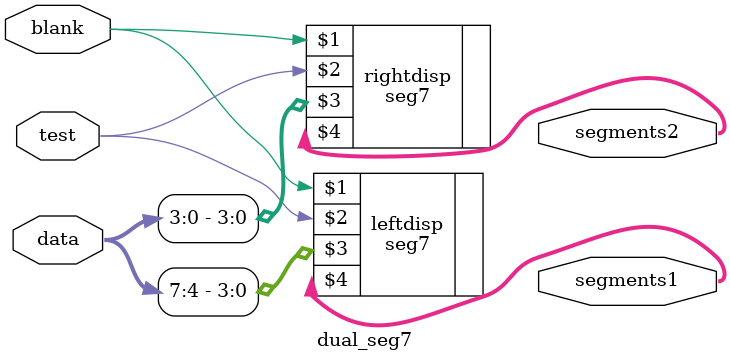
<source format=sv>


module dual_seg7(input logic blank, 
						input logic test, 
						input logic [7:0] data,
						output logic [6:0] segments1,
						output logic [6:0] segments2);
						
		seg7  leftdisp (blank, test, data[7:4], segments1);
		seg7 rightdisp (blank, test, data[3:0], segments2);
		
endmodule
</source>
